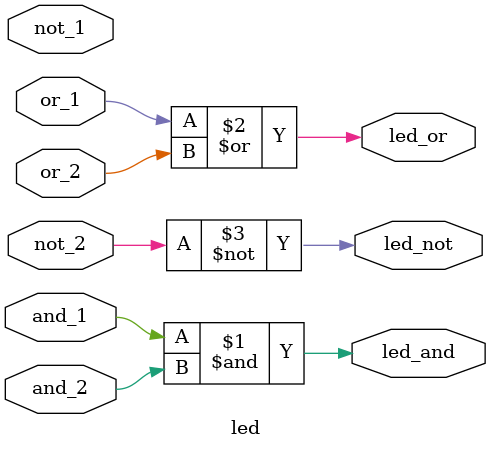
<source format=v>

module led(
		input wire and_1,
		input wire and_2,

		input wire or_1,
		input wire or_2,

		input wire not_1,
		input wire not_2,

		output wire led_and,
		output wire led_or,
		output wire led_not
);

and and_gate(led_and,and_1,and_2);
or or_gate(led_or, or_1, or_2);
not not_gate(led_not, not_1, not_2);

endmodule
</source>
